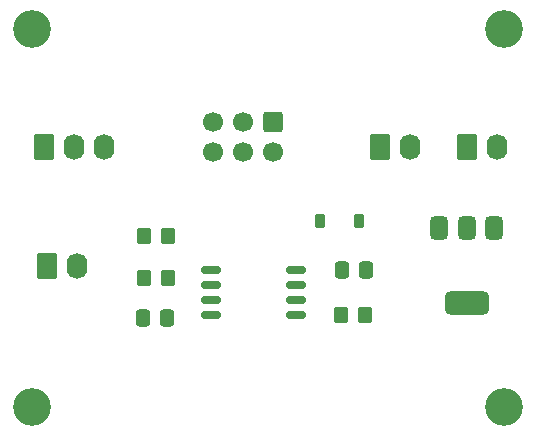
<source format=gbr>
%TF.GenerationSoftware,KiCad,Pcbnew,9.0.0*%
%TF.CreationDate,2025-03-10T19:20:38+08:00*%
%TF.ProjectId,xk9_miniencabulator,786b395f-6d69-46e6-9965-6e636162756c,rev?*%
%TF.SameCoordinates,Original*%
%TF.FileFunction,Soldermask,Top*%
%TF.FilePolarity,Negative*%
%FSLAX46Y46*%
G04 Gerber Fmt 4.6, Leading zero omitted, Abs format (unit mm)*
G04 Created by KiCad (PCBNEW 9.0.0) date 2025-03-10 19:20:38*
%MOMM*%
%LPD*%
G01*
G04 APERTURE LIST*
G04 Aperture macros list*
%AMRoundRect*
0 Rectangle with rounded corners*
0 $1 Rounding radius*
0 $2 $3 $4 $5 $6 $7 $8 $9 X,Y pos of 4 corners*
0 Add a 4 corners polygon primitive as box body*
4,1,4,$2,$3,$4,$5,$6,$7,$8,$9,$2,$3,0*
0 Add four circle primitives for the rounded corners*
1,1,$1+$1,$2,$3*
1,1,$1+$1,$4,$5*
1,1,$1+$1,$6,$7*
1,1,$1+$1,$8,$9*
0 Add four rect primitives between the rounded corners*
20,1,$1+$1,$2,$3,$4,$5,0*
20,1,$1+$1,$4,$5,$6,$7,0*
20,1,$1+$1,$6,$7,$8,$9,0*
20,1,$1+$1,$8,$9,$2,$3,0*%
G04 Aperture macros list end*
%ADD10RoundRect,0.250000X-0.600000X0.600000X-0.600000X-0.600000X0.600000X-0.600000X0.600000X0.600000X0*%
%ADD11C,1.700000*%
%ADD12RoundRect,0.375000X-0.375000X0.625000X-0.375000X-0.625000X0.375000X-0.625000X0.375000X0.625000X0*%
%ADD13RoundRect,0.500000X-1.400000X0.500000X-1.400000X-0.500000X1.400000X-0.500000X1.400000X0.500000X0*%
%ADD14RoundRect,0.250000X-0.620000X-0.845000X0.620000X-0.845000X0.620000X0.845000X-0.620000X0.845000X0*%
%ADD15O,1.740000X2.190000*%
%ADD16C,3.200000*%
%ADD17RoundRect,0.250000X-0.337500X-0.475000X0.337500X-0.475000X0.337500X0.475000X-0.337500X0.475000X0*%
%ADD18RoundRect,0.250000X-0.350000X-0.450000X0.350000X-0.450000X0.350000X0.450000X-0.350000X0.450000X0*%
%ADD19RoundRect,0.162500X-0.650000X-0.162500X0.650000X-0.162500X0.650000X0.162500X-0.650000X0.162500X0*%
%ADD20RoundRect,0.225000X0.225000X0.375000X-0.225000X0.375000X-0.225000X-0.375000X0.225000X-0.375000X0*%
G04 APERTURE END LIST*
D10*
%TO.C,J1*%
X98933000Y-46355000D03*
D11*
X98933000Y-48895000D03*
X96393000Y-46355000D03*
X96393000Y-48895000D03*
X93853000Y-46355000D03*
X93853000Y-48895000D03*
%TD*%
D12*
%TO.C,U4*%
X117616000Y-55397000D03*
X115316000Y-55397000D03*
D13*
X115316000Y-61697000D03*
D12*
X113016000Y-55397000D03*
%TD*%
D14*
%TO.C,J3*%
X79756000Y-58547000D03*
D15*
X82296000Y-58547000D03*
%TD*%
D14*
%TO.C,J5*%
X79502000Y-48514000D03*
D15*
X82042000Y-48514000D03*
X84582000Y-48514000D03*
%TD*%
D14*
%TO.C,J4*%
X115316000Y-48514000D03*
D15*
X117856000Y-48514000D03*
%TD*%
D16*
%TO.C,H3*%
X118491000Y-38481000D03*
%TD*%
D17*
%TO.C,C2*%
X87894000Y-62992000D03*
X89969000Y-62992000D03*
%TD*%
D16*
%TO.C,H4*%
X118491000Y-70485000D03*
%TD*%
D14*
%TO.C,J2*%
X107950000Y-48514000D03*
D15*
X110490000Y-48514000D03*
%TD*%
D17*
%TO.C,C1*%
X104753500Y-58928000D03*
X106828500Y-58928000D03*
%TD*%
D18*
%TO.C,R2*%
X88027000Y-59563000D03*
X90027000Y-59563000D03*
%TD*%
%TO.C,R1*%
X88027000Y-56063000D03*
X90027000Y-56063000D03*
%TD*%
%TO.C,R3*%
X104666500Y-62738000D03*
X106666500Y-62738000D03*
%TD*%
D16*
%TO.C,H2*%
X78486000Y-70485000D03*
%TD*%
D19*
%TO.C,U1*%
X93694500Y-58928000D03*
X93694500Y-60198000D03*
X93694500Y-61468000D03*
X93694500Y-62738000D03*
X100869500Y-62738000D03*
X100869500Y-61468000D03*
X100869500Y-60198000D03*
X100869500Y-58928000D03*
%TD*%
D20*
%TO.C,D1*%
X106171000Y-54737000D03*
X102871000Y-54737000D03*
%TD*%
D16*
%TO.C,H1*%
X78486000Y-38481000D03*
%TD*%
M02*

</source>
